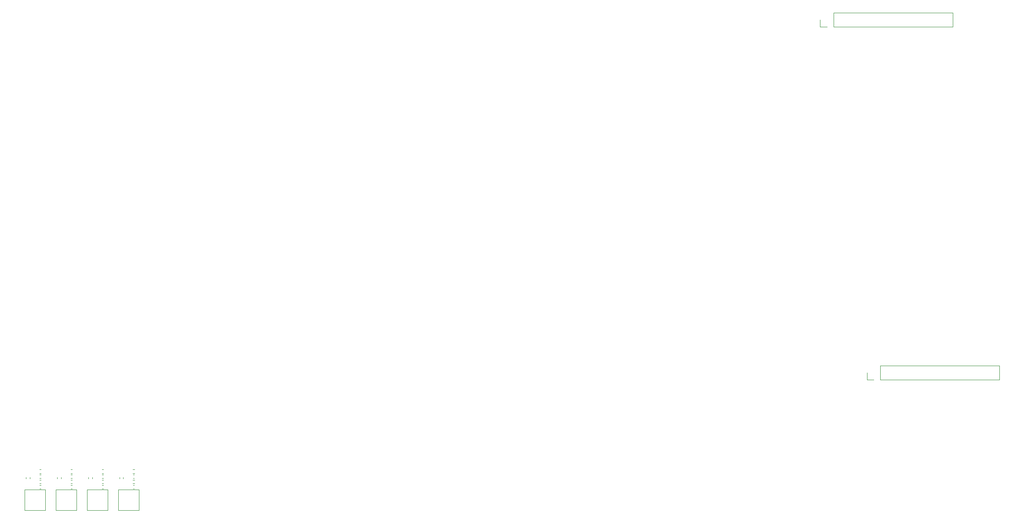
<source format=gbr>
%TF.GenerationSoftware,KiCad,Pcbnew,(7.0.0)*%
%TF.CreationDate,2023-02-14T21:30:46+09:00*%
%TF.ProjectId,audio,61756469-6f2e-46b6-9963-61645f706362,rev?*%
%TF.SameCoordinates,Original*%
%TF.FileFunction,Legend,Bot*%
%TF.FilePolarity,Positive*%
%FSLAX46Y46*%
G04 Gerber Fmt 4.6, Leading zero omitted, Abs format (unit mm)*
G04 Created by KiCad (PCBNEW (7.0.0)) date 2023-02-14 21:30:46*
%MOMM*%
%LPD*%
G01*
G04 APERTURE LIST*
%ADD10C,0.120000*%
G04 APERTURE END LIST*
D10*
%TO.C,C6*%
X36763755Y-155395000D02*
X36548083Y-155395000D01*
X36763755Y-154675000D02*
X36548083Y-154675000D01*
%TO.C,C13*%
X22655919Y-155227164D02*
X22655919Y-155442836D01*
X21935919Y-155227164D02*
X21935919Y-155442836D01*
%TO.C,U24*%
X25655919Y-161535000D02*
X25655919Y-157535000D01*
X25655919Y-157535000D02*
X21655919Y-157535000D01*
X21655919Y-161535000D02*
X25655919Y-161535000D01*
X21655919Y-157535000D02*
X21655919Y-161535000D01*
%TO.C,J9*%
X209345919Y-133705000D02*
X209345919Y-136365000D01*
X186425919Y-133705000D02*
X209345919Y-133705000D01*
X186425919Y-133705000D02*
X186425919Y-136365000D01*
X183825919Y-135035000D02*
X183825919Y-136365000D01*
X186425919Y-136365000D02*
X209345919Y-136365000D01*
X183825919Y-136365000D02*
X185155919Y-136365000D01*
%TO.C,R58*%
X36502278Y-153655000D02*
X36809560Y-153655000D01*
X36502278Y-154415000D02*
X36809560Y-154415000D01*
%TO.C,R60*%
X30502278Y-153655000D02*
X30809560Y-153655000D01*
X30502278Y-154415000D02*
X30809560Y-154415000D01*
%TO.C,C11*%
X30763755Y-157395000D02*
X30548083Y-157395000D01*
X30763755Y-156675000D02*
X30548083Y-156675000D01*
%TO.C,C4*%
X40635919Y-155227164D02*
X40635919Y-155442836D01*
X39915919Y-155227164D02*
X39915919Y-155442836D01*
%TO.C,U22*%
X31655919Y-161535000D02*
X31655919Y-157535000D01*
X31655919Y-157535000D02*
X27655919Y-157535000D01*
X27655919Y-161535000D02*
X31655919Y-161535000D01*
X27655919Y-157535000D02*
X27655919Y-161535000D01*
%TO.C,C5*%
X42743755Y-157395000D02*
X42528083Y-157395000D01*
X42743755Y-156675000D02*
X42528083Y-156675000D01*
%TO.C,C3*%
X42743755Y-155395000D02*
X42528083Y-155395000D01*
X42743755Y-154675000D02*
X42528083Y-154675000D01*
%TO.C,C14*%
X24763755Y-157395000D02*
X24548083Y-157395000D01*
X24763755Y-156675000D02*
X24548083Y-156675000D01*
%TO.C,U20*%
X37655919Y-161535000D02*
X37655919Y-157535000D01*
X37655919Y-157535000D02*
X33655919Y-157535000D01*
X33655919Y-161535000D02*
X37655919Y-161535000D01*
X33655919Y-157535000D02*
X33655919Y-161535000D01*
%TO.C,C10*%
X28655919Y-155227164D02*
X28655919Y-155442836D01*
X27935919Y-155227164D02*
X27935919Y-155442836D01*
%TO.C,R6*%
X42482278Y-155655000D02*
X42789560Y-155655000D01*
X42482278Y-156415000D02*
X42789560Y-156415000D01*
%TO.C,R62*%
X24502278Y-153655000D02*
X24809560Y-153655000D01*
X24502278Y-154415000D02*
X24809560Y-154415000D01*
%TO.C,R61*%
X30502278Y-155655000D02*
X30809560Y-155655000D01*
X30502278Y-156415000D02*
X30809560Y-156415000D01*
%TO.C,R5*%
X42482278Y-153655000D02*
X42789560Y-153655000D01*
X42482278Y-154415000D02*
X42789560Y-154415000D01*
%TO.C,U8*%
X43655919Y-161525000D02*
X43655919Y-157525000D01*
X43655919Y-157525000D02*
X39655919Y-157525000D01*
X39655919Y-161525000D02*
X43655919Y-161525000D01*
X39655919Y-157525000D02*
X39655919Y-161525000D01*
%TO.C,C12*%
X24763755Y-155395000D02*
X24548083Y-155395000D01*
X24763755Y-154675000D02*
X24548083Y-154675000D01*
%TO.C,R59*%
X36502278Y-155655000D02*
X36809560Y-155655000D01*
X36502278Y-156415000D02*
X36809560Y-156415000D01*
%TO.C,C9*%
X30763755Y-155395000D02*
X30548083Y-155395000D01*
X30763755Y-154675000D02*
X30548083Y-154675000D01*
%TO.C,C7*%
X34655919Y-155227164D02*
X34655919Y-155442836D01*
X33935919Y-155227164D02*
X33935919Y-155442836D01*
%TO.C,R63*%
X24502278Y-155655000D02*
X24809560Y-155655000D01*
X24502278Y-156415000D02*
X24809560Y-156415000D01*
%TO.C,C8*%
X36763755Y-157395000D02*
X36548083Y-157395000D01*
X36763755Y-156675000D02*
X36548083Y-156675000D01*
%TO.C,J8*%
X200345919Y-65705000D02*
X200345919Y-68365000D01*
X177425919Y-65705000D02*
X200345919Y-65705000D01*
X177425919Y-65705000D02*
X177425919Y-68365000D01*
X174825919Y-67035000D02*
X174825919Y-68365000D01*
X177425919Y-68365000D02*
X200345919Y-68365000D01*
X174825919Y-68365000D02*
X176155919Y-68365000D01*
%TD*%
M02*

</source>
